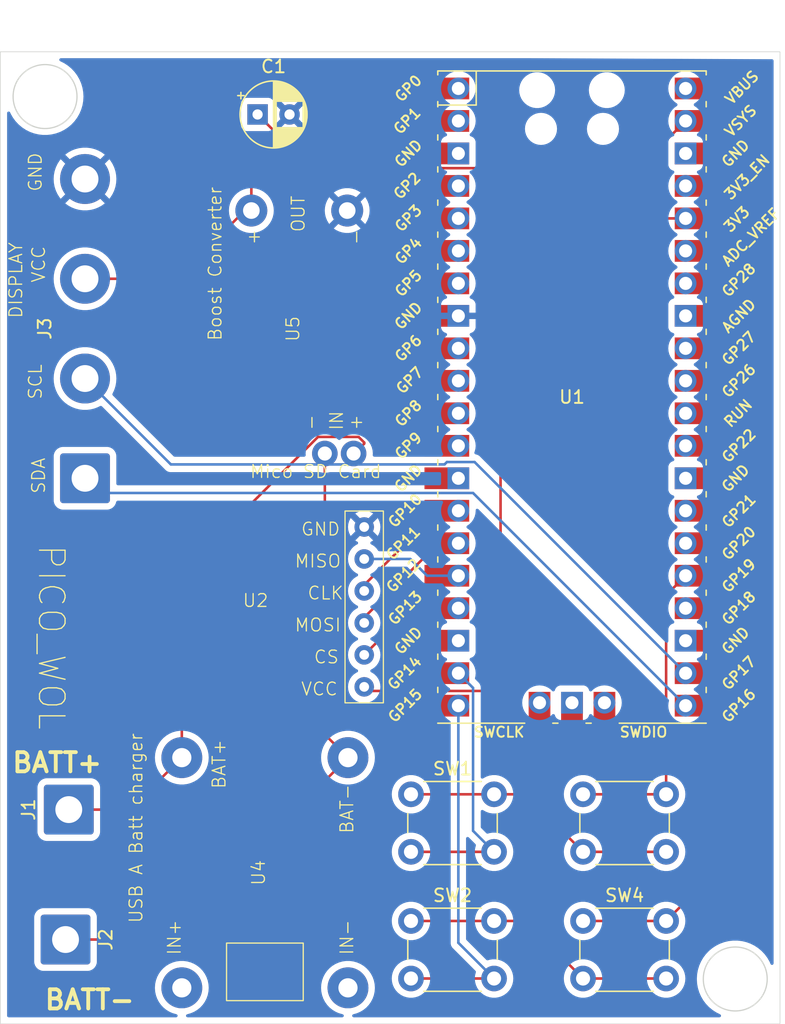
<source format=kicad_pcb>
(kicad_pcb (version 20240108) (generator "pcbnew") (generator_version "8.0")
  (layers (0 "F.Cu" signal) (31 "B.Cu" signal) (34 "B.Paste" user) (35 "F.Paste" user) (36 "B.SilkS" user "B.Silkscreen") (37 "F.SilkS" user "F.Silkscreen") (38 "B.Mask" user) (39 "F.Mask" user) (44 "Edge.Cuts" user))
  (net 0 "")
  (net 1 "GND")
  (net 2 "Net-(J3-Pin_3)")
  (net 3 "Net-(U1-GPIO14)")
  (net 4 "+3.3V")
  (net 5 "Net-(U1-GPIO15)")
  (net 6 "Net-(J1-Pin_1)")
  (net 7 "Net-(J2-Pin_1)")
  (net 21 "Net-(U1-GPIO12)")
  (net 29 "Net-(U1-GPIO10)")
  (net 30 "Net-(U1-GPIO13)")
  (net 31 "Net-(U1-GPIO11)")
  (net 35 "Net-(J3-Pin_1)")
  (net 41 "Net-(J3-Pin_2)")
  (net 44 "Net-(U1-GPIO19)")
  (net 45 "Net-(U1-GPIO18)")
  (footprint "custom_compontents:boost_converter" (layer "F.Cu") (at 72.39 105.664 90)
    (property "Reference" "U5" (at 0 -0.5 90) (layer "F.SilkS") (effects (font (thickness 0.1))))
    (property "Value" "~")
    (fp_text user "Boost Converter" (at -1 -6 90) (layer "F.SilkS") (effects (font (thickness 0.1)) (justify left bottom)))
    (fp_text user "-" (at -8 1.5 90) (layer "F.SilkS") (effects (font (thickness 0.1)) (justify left bottom)))
    (fp_text user "+" (at 6.5 -3 90) (layer "F.SilkS") (effects (font (thickness 0.1)) (justify left bottom)))
    (fp_text user "+" (at -8 5 90) (layer "F.SilkS") (effects (font (thickness 0.1)) (justify left bottom)))
    (fp_text user "OUT" (at 7.5 0.5 90) (layer "F.SilkS") (effects (font (thickness 0.1)) (justify left bottom)))
    (fp_text user "IN" (at -8 3.5 90) (layer "F.SilkS") (effects (font (thickness 0.1)) (justify left bottom)))
    (fp_text user "-" (at 6.5 5 90) (layer "F.SilkS") (effects (font (thickness 0.1)) (justify left bottom)))
    (pad "1" thru_hole circle (at -9.75 2 90) (size 2 2) (drill 1.1) (layers "*.Cu" "*.Mask") (net 7 "Net-(J2-Pin_1)"))
    (pad "2" thru_hole circle (at -9.75 4.25 90) (size 2 2) (drill 1.1) (layers "*.Cu" "*.Mask") (net 6 "Net-(J1-Pin_1)"))
    (pad "3" thru_hole circle (at 9.25 -3.75 90) (size 2.5 2.5) (drill 1.3) (layers "*.Cu" "*.Mask") (net 2 "Net-(J3-Pin_3)"))
    (pad "4" thru_hole circle (at 9.25 3.75 90) (size 2.5 2.5) (drill 1.3) (layers "*.Cu" "*.Mask") (net 1 "GND"))
  )
  (footprint "Button_Switch_THT:SW_PUSH_6mm" (layer "F.Cu") (at 94.592 142.058)
    (property "Reference" "SW3" (hide yes))
    (property "Value" "SW_Push")
    (fp_line (start -0.25 1.5) (end -0.25 3) (stroke (width 0.12)) (layer "F.SilkS"))
    (fp_line (start 1 5.5) (end 5.5 5.5) (stroke (width 0.12)) (layer "F.SilkS"))
    (fp_line (start 5.5 -1) (end 1 -1) (stroke (width 0.12)) (layer "F.SilkS"))
    (fp_line (start 6.75 3) (end 6.75 1.5) (stroke (width 0.12)) (layer "F.SilkS"))
    (pad "1" thru_hole circle (at 0 0 90) (size 2 2) (drill 1.1) (layers "*.Cu" "*.Mask") (net 44 "Net-(U1-GPIO19)"))
    (pad "1" thru_hole circle (at 6.5 0 90) (size 2 2) (drill 1.1) (layers "*.Cu" "*.Mask") (net 44 "Net-(U1-GPIO19)"))
    (pad "2" thru_hole circle (at 0 4.5 90) (size 2 2) (drill 1.1) (layers "*.Cu" "*.Mask") (net 4 "+3.3V"))
    (pad "2" thru_hole circle (at 6.5 4.5 90) (size 2 2) (drill 1.1) (layers "*.Cu" "*.Mask") (net 4 "+3.3V"))
  )
  (footprint "custom_compontents:USB_A_BATTERY_CHARGER" (layer "F.Cu") (at 69.7 148.192 90)
    (property "Reference" "U4" (at 0 -0.5 90) (layer "F.SilkS") (effects (font (thickness 0.1))))
    (property "Value" "~")
    (fp_rect (start -10 -3) (end -5.5 3) (stroke (width 0.1)) (fill none) (layer "F.SilkS"))
    (fp_text user "BAT+" (at 6.5 -3 90) (layer "F.SilkS") (effects (font (thickness 0.1)) (justify left bottom)))
    (fp_text user "IN-" (at -6.5 7 90) (layer "F.SilkS") (effects (font (thickness 0.1)) (justify left bottom)))
    (fp_text user "BAT-" (at 3 7 90) (layer "F.SilkS") (effects (font (thickness 0.1)) (justify left bottom)))
    (fp_text user "IN+" (at -6.5 -6.5 90) (layer "F.SilkS") (effects (font (thickness 0.1)) (justify left bottom)))
    (fp_text user "USB A Batt charger" (at -4 -9.5 90) (layer "F.SilkS") (effects (font (thickness 0.1)) (justify left bottom)))
    (pad "1" thru_hole circle (at -9 -6.5 90) (size 3.2 3.2) (drill 1.5) (layers "*.Cu" "*.Mask"))
    (pad "2" thru_hole circle (at -9 6.5 90) (size 3.2 3.2) (drill 1.5) (layers "*.Cu" "*.Mask"))
    (pad "3" thru_hole circle (at 9 -6.5 90) (size 3.2 3.2) (drill 1.5) (layers "*.Cu" "*.Mask") (net 6 "Net-(J1-Pin_1)"))
    (pad "4" thru_hole circle (at 9 6.5 90) (size 3.2 3.2) (drill 1.5) (layers "*.Cu" "*.Mask") (net 7 "Net-(J2-Pin_1)"))
  )
  (footprint "Button_Switch_THT:SW_PUSH_6mm" (layer "F.Cu") (at 94.592 151.964)
    (property "Reference" "SW4" (at 3.25 -2 0) (layer "F.SilkS"))
    (property "Value" "SW_Push")
    (fp_line (start -0.25 1.5) (end -0.25 3) (stroke (width 0.12)) (layer "F.SilkS"))
    (fp_line (start 1 5.5) (end 5.5 5.5) (stroke (width 0.12)) (layer "F.SilkS"))
    (fp_line (start 5.5 -1) (end 1 -1) (stroke (width 0.12)) (layer "F.SilkS"))
    (fp_line (start 6.75 3) (end 6.75 1.5) (stroke (width 0.12)) (layer "F.SilkS"))
    (pad "1" thru_hole circle (at 0 0 90) (size 2 2) (drill 1.1) (layers "*.Cu" "*.Mask") (net 45 "Net-(U1-GPIO18)"))
    (pad "1" thru_hole circle (at 6.5 0 90) (size 2 2) (drill 1.1) (layers "*.Cu" "*.Mask") (net 45 "Net-(U1-GPIO18)"))
    (pad "2" thru_hole circle (at 0 4.5 90) (size 2 2) (drill 1.1) (layers "*.Cu" "*.Mask") (net 4 "+3.3V"))
    (pad "2" thru_hole circle (at 6.5 4.5 90) (size 2 2) (drill 1.1) (layers "*.Cu" "*.Mask") (net 4 "+3.3V"))
  )
  (footprint "Connector_Wire:SolderWire-1.5sqmm_1x01_D1.7mm_OD3.9mm" (layer "F.Cu") (at 54.102 153.416 -90)
    (property "Reference" "J2" (at 0 -3.15 90) (layer "F.SilkS"))
    (property "Value" "Conn_01x01_Pin")
    (pad "1" thru_hole roundrect (at 0 0 270) (size 3.9 3.9) (drill 2.1) (layers "*.Cu" "*.Mask") (roundrect_rratio 0.064103) (net 7 "Net-(J2-Pin_1)"))
  )
  (footprint "MCU_RaspberryPi_and_Boards:RPi_Pico_SMD_TH" (layer "F.Cu") (at 93.726 110.998)
    (property "Reference" "U1" (at 0 0 0) (layer "F.SilkS"))
    (property "Value" "Pico")
    (fp_line (start -10.5 -25.5) (end -10.5 -25.2) (stroke (width 0.12)) (layer "F.SilkS"))
    (fp_line (start -10.5 -25.5) (end 10.5 -25.5) (stroke (width 0.12)) (layer "F.SilkS"))
    (fp_line (start -10.5 -23.1) (end -10.5 -22.7) (stroke (width 0.12)) (layer "F.SilkS"))
    (fp_line (start -10.5 -22.833) (end -7.493 -22.833) (stroke (width 0.12)) (layer "F.SilkS"))
    (fp_line (start -10.5 -20.5) (end -10.5 -20.1) (stroke (width 0.12)) (layer "F.SilkS"))
    (fp_line (start -10.5 -18) (end -10.5 -17.6) (stroke (width 0.12)) (layer "F.SilkS"))
    (fp_line (start -10.5 -15.4) (end -10.5 -15) (stroke (width 0.12)) (layer "F.SilkS"))
    (fp_line (start -10.5 -12.9) (end -10.5 -12.5) (stroke (width 0.12)) (layer "F.SilkS"))
    (fp_line (start -10.5 -10.4) (end -10.5 -10) (stroke (width 0.12)) (layer "F.SilkS"))
    (fp_line (start -10.5 -7.8) (end -10.5 -7.4) (stroke (width 0.12)) (layer "F.SilkS"))
    (fp_line (start -10.5 -5.3) (end -10.5 -4.9) (stroke (width 0.12)) (layer "F.SilkS"))
    (fp_line (start -10.5 -2.7) (end -10.5 -2.3) (stroke (width 0.12)) (layer "F.SilkS"))
    (fp_line (start -10.5 -0.2) (end -10.5 0.2) (stroke (width 0.12)) (layer "F.SilkS"))
    (fp_line (start -10.5 2.3) (end -10.5 2.7) (stroke (width 0.12)) (layer "F.SilkS"))
    (fp_line (start -10.5 4.9) (end -10.5 5.3) (stroke (width 0.12)) (layer "F.SilkS"))
    (fp_line (start -10.5 7.4) (end -10.5 7.8) (stroke (width 0.12)) (layer "F.SilkS"))
    (fp_line (start -10.5 10) (end -10.5 10.4) (stroke (width 0.12)) (layer "F.SilkS"))
    (fp_line (start -10.5 12.5) (end -10.5 12.9) (stroke (width 0.12)) (layer "F.SilkS"))
    (fp_line (start -10.5 15.1) (end -10.5 15.5) (stroke (width 0.12)) (layer "F.SilkS"))
    (fp_line (start -10.5 17.6) (end -10.5 18) (stroke (width 0.12)) (layer "F.SilkS"))
    (fp_line (start -10.5 20.1) (end -10.5 20.5) (stroke (width 0.12)) (layer "F.SilkS"))
    (fp_line (start -10.5 22.7) (end -10.5 23.1) (stroke (width 0.12)) (layer "F.SilkS"))
    (fp_line (start -7.493 -22.833) (end -7.493 -25.5) (stroke (width 0.12)) (layer "F.SilkS"))
    (fp_line (start -3.7 25.5) (end -10.5 25.5) (stroke (width 0.12)) (layer "F.SilkS"))
    (fp_line (start -1.5 25.5) (end -1.1 25.5) (stroke (width 0.12)) (layer "F.SilkS"))
    (fp_line (start 1.1 25.5) (end 1.5 25.5) (stroke (width 0.12)) (layer "F.SilkS"))
    (fp_line (start 10.5 -25.5) (end 10.5 -25.2) (stroke (width 0.12)) (layer "F.SilkS"))
    (fp_line (start 10.5 -23.1) (end 10.5 -22.7) (stroke (width 0.12)) (layer "F.SilkS"))
    (fp_line (start 10.5 -20.5) (end 10.5 -20.1) (stroke (width 0.12)) (layer "F.SilkS"))
    (fp_line (start 10.5 -18) (end 10.5 -17.6) (stroke (width 0.12)) (layer "F.SilkS"))
    (fp_line (start 10.5 -15.4) (end 10.5 -15) (stroke (width 0.12)) (layer "F.SilkS"))
    (fp_line (start 10.5 -12.9) (end 10.5 -12.5) (stroke (width 0.12)) (layer "F.SilkS"))
    (fp_line (start 10.5 -10.4) (end 10.5 -10) (stroke (width 0.12)) (layer "F.SilkS"))
    (fp_line (start 10.5 -7.8) (end 10.5 -7.4) (stroke (width 0.12)) (layer "F.SilkS"))
    (fp_line (start 10.5 -5.3) (end 10.5 -4.9) (stroke (width 0.12)) (layer "F.SilkS"))
    (fp_line (start 10.5 -2.7) (end 10.5 -2.3) (stroke (width 0.12)) (layer "F.SilkS"))
    (fp_line (start 10.5 -0.2) (end 10.5 0.2) (stroke (width 0.12)) (layer "F.SilkS"))
    (fp_line (start 10.5 2.3) (end 10.5 2.7) (stroke (width 0.12)) (layer "F.SilkS"))
    (fp_line (start 10.5 4.9) (end 10.5 5.3) (stroke (width 0.12)) (layer "F.SilkS"))
    (fp_line (start 10.5 7.4) (end 10.5 7.8) (stroke (width 0.12)) (layer "F.SilkS"))
    (fp_line (start 10.5 10) (end 10.5 10.4) (stroke (width 0.12)) (layer "F.SilkS"))
    (fp_line (start 10.5 12.5) (end 10.5 12.9) (stroke (width 0.12)) (layer "F.SilkS"))
    (fp_line (start 10.5 15.1) (end 10.5 15.5) (stroke (width 0.12)) (layer "F.SilkS"))
    (fp_line (start 10.5 17.6) (end 10.5 18) (stroke (width 0.12)) (layer "F.SilkS"))
    (fp_line (start 10.5 20.1) (end 10.5 20.5) (stroke (width 0.12)) (layer "F.SilkS"))
    (fp_line (start 10.5 22.7) (end 10.5 23.1) (stroke (width 0.12)) (layer "F.SilkS"))
    (fp_line (start 10.5 25.5) (end 3.7 25.5) (stroke (width 0.12)) (layer "F.SilkS"))
    (fp_text user "GND" (at 12.8 19.05 45) (layer "F.SilkS") (effects (font (size 0.8 0.8))))
    (fp_text user "GP20" (at 13.054 11.43 45) (layer "F.SilkS") (effects (font (size 0.8 0.8))))
    (fp_text user "GND" (at -12.8 -6.35 45) (layer "F.SilkS") (effects (font (size 0.8 0.8))))
    (fp_text user "GP11" (at -13.2 11.43 45) (layer "F.SilkS") (effects (font (size 0.8 0.8))))
    (fp_text user "GP2" (at -12.9 -16.51 45) (layer "F.SilkS") (effects (font (size 0.8 0.8))))
    (fp_text user "GP6" (at -12.8 -3.81 45) (layer "F.SilkS") (effects (font (size 0.8 0.8))))
    (fp_text user "GND" (at 12.8 -19.05 45) (layer "F.SilkS") (effects (font (size 0.8 0.8))))
    (fp_text user "SWCLK" (at -5.7 26.2 0) (layer "F.SilkS") (effects (font (size 0.8 0.8))))
    (fp_text user "GP3" (at -12.8 -13.97 45) (layer "F.SilkS") (effects (font (size 0.8 0.8))))
    (fp_text user "GP19" (at 13.054 13.97 45) (layer "F.SilkS") (effects (font (size 0.8 0.8))))
    (fp_text user "GP9" (at -12.8 3.81 45) (layer "F.SilkS") (effects (font (size 0.8 0.8))))
    (fp_text user "GP5" (at -12.8 -8.89 45) (layer "F.SilkS") (effects (font (size 0.8 0.8))))
    (fp_text user "3V3" (at 12.9 -13.9 45) (layer "F.SilkS") (effects (font (size 0.8 0.8))))
    (fp_text user "VBUS" (at 13.3 -24.2 45) (layer "F.SilkS") (effects (font (size 0.8 0.8))))
    (fp_text user "GP1" (at -12.9 -21.6 45) (layer "F.SilkS") (effects (font (size 0.8 0.8))))
    (fp_text user "GP12" (at -13.2 13.97 45) (layer "F.SilkS") (effects (font (size 0.8 0.8))))
    (fp_text user "GP10" (at -13.054 8.89 45) (layer "F.SilkS") (effects (font (size 0.8 0.8))))
    (fp_text user "GND" (at 12.8 6.35 45) (layer "F.SilkS") (effects (font (size 0.8 0.8))))
    (fp_text user "GP15" (at -13.054 24.13 45) (layer "F.SilkS") (effects (font (size 0.8 0.8))))
    (fp_text user "GND" (at -12.8 19.05 45) (layer "F.SilkS") (effects (font (size 0.8 0.8))))
    (fp_text user "GP7" (at -12.7 -1.3 45) (layer "F.SilkS") (effects (font (size 0.8 0.8))))
    (fp_text user "RUN" (at 13 1.27 45) (layer "F.SilkS") (effects (font (size 0.8 0.8))))
    (fp_text user "GP8" (at -12.8 1.27 45) (layer "F.SilkS") (effects (font (size 0.8 0.8))))
    (fp_text user "GP26" (at 13.054 -1.27 45) (layer "F.SilkS") (effects (font (size 0.8 0.8))))
    (fp_text user "ADC_VREF" (at 14 -12.5 45) (layer "F.SilkS") (effects (font (size 0.8 0.8))))
    (fp_text user "GP21" (at 13.054 8.9 45) (layer "F.SilkS") (effects (font (size 0.8 0.8))))
    (fp_text user "GP17" (at 13.054 21.59 45) (layer "F.SilkS") (effects (font (size 0.8 0.8))))
    (fp_text user "GP27" (at 13.054 -3.8 45) (layer "F.SilkS") (effects (font (size 0.8 0.8))))
    (fp_text user "GND" (at -12.8 6.35 45) (layer "F.SilkS") (effects (font (size 0.8 0.8))))
    (fp_text user "AGND" (at 13.054 -6.35 45) (layer "F.SilkS") (effects (font (size 0.8 0.8))))
    (fp_text user "GP4" (at -12.8 -11.43 45) (layer "F.SilkS") (effects (font (size 0.8 0.8))))
    (fp_text user "GP18" (at 13.054 16.51 45) (layer "F.SilkS") (effects (font (size 0.8 0.8))))
    (fp_text user "3V3_EN" (at 13.7 -17.2 45) (layer "F.SilkS") (effects (font (size 0.8 0.8))))
    (fp_text user "GP13" (at -13.054 16.51 45) (layer "F.SilkS") (effects (font (size 0.8 0.8))))
    (fp_text user "SWDIO" (at 5.6 26.2 0) (layer "F.SilkS") (effects (font (size 0.8 0.8))))
    (fp_text user "GP16" (at 13.054 24.13 45) (layer "F.SilkS") (effects (font (size 0.8 0.8))))
    (fp_text user "GP22" (at 13.054 3.81 45) (layer "F.SilkS") (effects (font (size 0.8 0.8))))
    (fp_text user "GP28" (at 13.054 -9.144 45) (layer "F.SilkS") (effects (font (size 0.8 0.8))))
    (fp_text user "GND" (at -12.8 -19.05 45) (layer "F.SilkS") (effects (font (size 0.8 0.8))))
    (fp_text user "GP14" (at -13.1 21.59 45) (layer "F.SilkS") (effects (font (size 0.8 0.8))))
    (fp_text user "VSYS" (at 13.2 -21.59 45) (layer "F.SilkS") (effects (font (size 0.8 0.8))))
    (fp_text user "GP0" (at -12.8 -24.13 45) (layer "F.SilkS") (effects (font (size 0.8 0.8))))
    (pad "" np_thru_hole oval (at -2.725 -24) (size 1.8 1.8) (drill 1.8) (layers "*.Cu" "*.Mask"))
    (pad "" np_thru_hole oval (at -2.425 -20.97) (size 1.5 1.5) (drill 1.5) (layers "*.Cu" "*.Mask"))
    (pad "" np_thru_hole oval (at 2.425 -20.97) (size 1.5 1.5) (drill 1.5) (layers "*.Cu" "*.Mask"))
    (pad "" np_thru_hole oval (at 2.725 -24) (size 1.8 1.8) (drill 1.8) (layers "*.Cu" "*.Mask"))
    (pad "1" thru_hole oval (at -8.89 -24.13) (size 1.7 1.7) (drill 1.02) (layers "*.Cu" "*.Mask"))
    (pad "1" smd rect (at -8.89 -24.13) (size 3.5 1.7) (drill (offset -0.9 0)) (layers "F.Cu" "F.Mask"))
    (pad "2" thru_hole oval (at -8.89 -21.59) (size 1.7 1.7) (drill 1.02) (layers "*.Cu" "*.Mask"))
    (pad "2" smd rect (at -8.89 -21.59) (size 3.5 1.7) (drill (offset -0.9 0)) (layers "F.Cu" "F.Mask"))
    (pad "3" thru_hole rect (at -8.89 -19.05) (size 1.7 1.7) (drill 1.02) (layers "*.Cu" "*.Mask"))
    (pad "3" smd rect (at -8.89 -19.05) (size 3.5 1.7) (drill (offset -0.9 0)) (layers "F.Cu" "F.Mask"))
    (pad "4" thru_hole oval (at -8.89 -16.51) (size 1.7 1.7) (drill 1.02) (layers "*.Cu" "*.Mask"))
    (pad "4" smd rect (at -8.89 -16.51) (size 3.5 1.7) (drill (offset -0.9 0)) (layers "F.Cu" "F.Mask"))
    (pad "5" thru_hole oval (at -8.89 -13.97) (size 1.7 1.7) (drill 1.02) (layers "*.Cu" "*.Mask"))
    (pad "5" smd rect (at -8.89 -13.97) (size 3.5 1.7) (drill (offset -0.9 0)) (layers "F.Cu" "F.Mask"))
    (pad "6" thru_hole oval (at -8.89 -11.43) (size 1.7 1.7) (drill 1.02) (layers "*.Cu" "*.Mask"))
    (pad "6" smd rect (at -8.89 -11.43) (size 3.5 1.7) (drill (offset -0.9 0)) (layers "F.Cu" "F.Mask"))
    (pad "7" thru_hole oval (at -8.89 -8.89) (size 1.7 1.7) (drill 1.02) (layers "*.Cu" "*.Mask"))
    (pad "7" smd rect (at -8.89 -8.89) (size 3.5 1.7) (drill (offset -0.9 0)) (layers "F.Cu" "F.Mask"))
    (pad "8" thru_hole rect (at -8.89 -6.35) (size 1.7 1.7) (drill 1.02) (layers "*.Cu" "*.Mask") (net 1 "GND"))
    (pad "8" smd rect (at -8.89 -6.35) (size 3.5 1.7) (drill (offset -0.9 0)) (layers "F.Cu" "F.Mask") (net 1 "GND"))
    (pad "9" thru_hole oval (at -8.89 -3.81) (size 1.7 1.7) (drill 1.02) (layers "*.Cu" "*.Mask"))
    (pad "9" smd rect (at -8.89 -3.81) (size 3.5 1.7) (drill (offset -0.9 0)) (layers "F.Cu" "F.Mask"))
    (pad "10" thru_hole oval (at -8.89 -1.27) (size 1.7 1.7) (drill 1.02) (layers "*.Cu" "*.Mask"))
    (pad "10" smd rect (at -8.89 -1.27) (size 3.5 1.7) (drill (offset -0.9 0)) (layers "F.Cu" "F.Mask"))
    (pad "11" thru_hole oval (at -8.89 1.27) (size 1.7 1.7) (drill 1.02) (layers "*.Cu" "*.Mask"))
    (pad "11" smd rect (at -8.89 1.27) (size 3.5 1.7) (drill (offset -0.9 0)) (layers "F.Cu" "F.Mask"))
    (pad "12" thru_hole oval (at -8.89 3.81) (size 1.7 1.7) (drill 1.02) (layers "*.Cu" "*.Mask"))
    (pad "12" smd rect (at -8.89 3.81) (size 3.5 1.7) (drill (offset -0.9 0)) (layers "F.Cu" "F.Mask"))
    (pad "13" thru_hole rect (at -8.89 6.35) (size 1.7 1.7) (drill 1.02) (layers "*.Cu" "*.Mask"))
    (pad "13" smd rect (at -8.89 6.35) (size 3.5 1.7) (drill (offset -0.9 0)) (layers "F.Cu" "F.Mask"))
    (pad "14" thru_hole oval (at -8.89 8.89) (size 1.7 1.7) (drill 1.02) (layers "*.Cu" "*.Mask") (net 29 "Net-(U1-GPIO10)"))
    (pad "14" smd rect (at -8.89 8.89) (size 3.5 1.7) (drill (offset -0.9 0)) (layers "F.Cu" "F.Mask") (net 29 "Net-(U1-GPIO10)"))
    (pad "15" thru_hole oval (at -8.89 11.43) (size 1.7 1.7) (drill 1.02) (layers "*.Cu" "*.Mask") (net 31 "Net-(U1-GPIO11)"))
    (pad "15" smd rect (at -8.89 11.43) (size 3.5 1.7) (drill (offset -0.9 0)) (layers "F.Cu" "F.Mask") (net 31 "Net-(U1-GPIO11)"))
    (pad "16" thru_hole oval (at -8.89 13.97) (size 1.7 1.7) (drill 1.02) (layers "*.Cu" "*.Mask") (net 21 "Net-(U1-GPIO12)"))
    (pad "16" smd rect (at -8.89 13.97) (size 3.5 1.7) (drill (offset -0.9 0)) (layers "F.Cu" "F.Mask") (net 21 "Net-(U1-GPIO12)"))
    (pad "17" thru_hole oval (at -8.89 16.51) (size 1.7 1.7) (drill 1.02) (layers "*.Cu" "*.Mask") (net 30 "Net-(U1-GPIO13)"))
    (pad "17" smd rect (at -8.89 16.51) (size 3.5 1.7) (drill (offset -0.9 0)) (layers "F.Cu" "F.Mask") (net 30 "Net-(U1-GPIO13)"))
    (pad "18" thru_hole rect (at -8.89 19.05) (size 1.7 1.7) (drill 1.02) (layers "*.Cu" "*.Mask"))
    (pad "18" smd rect (at -8.89 19.05) (size 3.5 1.7) (drill (offset -0.9 0)) (layers "F.Cu" "F.Mask"))
    (pad "19" thru_hole oval (at -8.89 21.59) (size 1.7 1.7) (drill 1.02) (layers "*.Cu" "*.Mask") (net 3 "Net-(U1-GPIO14)"))
    (pad "19" smd rect (at -8.89 21.59) (size 3.5 1.7) (drill (offset -0.9 0)) (layers "F.Cu" "F.Mask") (net 3 "Net-(U1-GPIO14)"))
    (pad "20" thru_hole oval (at -8.89 24.13) (size 1.7 1.7) (drill 1.02) (layers "*.Cu" "*.Mask") (net 5 "Net-(U1-GPIO15)"))
    (pad "20" smd rect (at -8.89 24.13) (size 3.5 1.7) (drill (offset -0.9 0)) (layers "F.Cu" "F.Mask") (net 5 "Net-(U1-GPIO15)"))
    (pad "21" thru_hole oval (at 8.89 24.13) (size 1.7 1.7) (drill 1.02) (layers "*.Cu" "*.Mask") (net 35 "Net-(J3-Pin_1)"))
    (pad "21" smd rect (at 8.89 24.13) (size 3.5 1.7) (drill (offset 0.9 0)) (layers "F.Cu" "F.Mask") (net 35 "Net-(J3-Pin_1)"))
    (pad "22" thru_hole oval (at 8.89 21.59) (size 1.7 1.7) (drill 1.02) (layers "*.Cu" "*.Mask") (net 41 "Net-(J3-Pin_2)"))
    (pad "22" smd rect (at 8.89 21.59) (size 3.5 1.7) (drill (offset 0.9 0)) (layers "F.Cu" "F.Mask") (net 41 "Net-(J3-Pin_2)"))
    (pad "23" thru_hole rect (at 8.89 19.05) (size 1.7 1.7) (drill 1.02) (layers "*.Cu" "*.Mask"))
    (pad "23" smd rect (at 8.89 19.05) (size 3.5 1.7) (drill (offset 0.9 0)) (layers "F.Cu" "F.Mask"))
    (pad "24" thru_hole oval (at 8.89 16.51) (size 1.7 1.7) (drill 1.02) (layers "*.Cu" "*.Mask") (net 45 "Net-(U1-GPIO18)"))
    (pad "24" smd rect (at 8.89 16.51) (size 3.5 1.7) (drill (offset 0.9 0)) (layers "F.Cu" "F.Mask") (net 45 "Net-(U1-GPIO18)"))
    (pad "25" thru_hole oval (at 8.89 13.97) (size 1.7 1.7) (drill 1.02) (layers "*.Cu" "*.Mask") (net 44 "Net-(U1-GPIO19)"))
    (pad "25" smd rect (at 8.89 13.97) (size 3.5 1.7) (drill (offset 0.9 0)) (layers "F.Cu" "F.Mask") (net 44 "Net-(U1-GPIO19)"))
    (pad "26" thru_hole oval (at 8.89 11.43) (size 1.7 1.7) (drill 1.02) (layers "*.Cu" "*.Mask"))
    (pad "26" smd rect (at 8.89 11.43) (size 3.5 1.7) (drill (offset 0.9 0)) (layers "F.Cu" "F.Mask"))
    (pad "27" thru_hole oval (at 8.89 8.89) (size 1.7 1.7) (drill 1.02) (layers "*.Cu" "*.Mask"))
    (pad "27" smd rect (at 8.89 8.89) (size 3.5 1.7) (drill (offset 0.9 0)) (layers "F.Cu" "F.Mask"))
    (pad "28" thru_hole rect (at 8.89 6.35) (size 1.7 1.7) (drill 1.02) (layers "*.Cu" "*.Mask"))
    (pad "28" smd rect (at 8.89 6.35) (size 3.5 1.7) (drill (offset 0.9 0)) (layers "F.Cu" "F.Mask"))
    (pad "29" thru_hole oval (at 8.89 3.81) (size 1.7 1.7) (drill 1.02) (layers "*.Cu" "*.Mask"))
    (pad "29" smd rect (at 8.89 3.81) (size 3.5 1.7) (drill (offset 0.9 0)) (layers "F.Cu" "F.Mask"))
    (pad "30" thru_hole oval (at 8.89 1.27) (size 1.7 1.7) (drill 1.02) (layers "*.Cu" "*.Mask"))
    (pad "30" smd rect (at 8.89 1.27) (size 3.5 1.7) (drill (offset 0.9 0)) (layers "F.Cu" "F.Mask"))
    (pad "31" thru_hole oval (at 8.89 -1.27) (size 1.7 1.7) (drill 1.02) (layers "*.Cu" "*.Mask"))
    (pad "31" smd rect (at 8.89 -1.27) (size 3.5 1.7) (drill (offset 0.9 0)) (layers "F.Cu" "F.Mask"))
    (pad "32" thru_hole oval (at 8.89 -3.81) (size 1.7 1.7) (drill 1.02) (layers "*.Cu" "*.Mask"))
    (pad "32" smd rect (at 8.89 -3.81) (size 3.5 1.7) (drill (offset 0.9 0)) (layers "F.Cu" "F.Mask"))
    (pad "33" thru_hole rect (at 8.89 -6.35) (size 1.7 1.7) (drill 1.02) (layers "*.Cu" "*.Mask"))
    (pad "33" smd rect (at 8.89 -6.35) (size 3.5 1.7) (drill (offset 0.9 0)) (layers "F.Cu" "F.Mask"))
    (pad "34" thru_hole oval (at 8.89 -8.89) (size 1.7 1.7) (drill 1.02) (layers "*.Cu" "*.Mask"))
    (pad "34" smd rect (at 8.89 -8.89) (size 3.5 1.7) (drill (offset 0.9 0)) (layers "F.Cu" "F.Mask"))
    (pad "35" thru_hole oval (at 8.89 -11.43) (size 1.7 1.7) (drill 1.02) (layers "*.Cu" "*.Mask"))
    (pad "35" smd rect (at 8.89 -11.43) (size 3.5 1.7) (drill (offset 0.9 0)) (layers "F.Cu" "F.Mask"))
    (pad "36" thru_hole oval (at 8.89 -13.97) (size 1.7 1.7) (drill 1.02) (layers "*.Cu" "*.Mask") (net 4 "+3.3V"))
    (pad "36" smd rect (at 8.89 -13.97) (size 3.5 1.7) (drill (offset 0.9 0)) (layers "F.Cu" "F.Mask") (net 4 "+3.3V"))
    (pad "37" thru_hole oval (at 8.89 -16.51) (size 1.7 1.7) (drill 1.02) (layers "*.Cu" "*.Mask"))
    (pad "37" smd rect (at 8.89 -16.51) (size 3.5 1.7) (drill (offset 0.9 0)) (layers "F.Cu" "F.Mask"))
    (pad "38" thru_hole rect (at 8.89 -19.05) (size 1.7 1.7) (drill 1.02) (layers "*.Cu" "*.Mask"))
    (pad "38" smd rect (at 8.89 -19.05) (size 3.5 1.7) (drill (offset 0.9 0)) (layers "F.Cu" "F.Mask"))
    (pad "39" thru_hole oval (at 8.89 -21.59) (size 1.7 1.7) (drill 1.02) (layers "*.Cu" "*.Mask") (net 2 "Net-(J3-Pin_3)"))
    (pad "39" smd rect (at 8.89 -21.59) (size 3.5 1.7) (drill (offset 0.9 0)) (layers "F.Cu" "F.Mask") (net 2 "Net-(J3-Pin_3)"))
    (pad "40" thru_hole oval (at 8.89 -24.13) (size 1.7 1.7) (drill 1.02) (layers "*.Cu" "*.Mask"))
    (pad "40" smd rect (at 8.89 -24.13) (size 3.5 1.7) (drill (offset 0.9 0)) (layers "F.Cu" "F.Mask"))
    (pad "41" thru_hole oval (at -2.54 23.9) (size 1.7 1.7) (drill 1.02) (layers "*.Cu" "*.Mask"))
    (pad "41" smd rect (at -2.54 23.9 90) (size 3.5 1.7) (drill (offset -0.9 0)) (layers "F.Cu" "F.Mask"))
    (pad "42" thru_hole rect (at 0 23.9) (size 1.7 1.7) (drill 1.02) (layers "*.Cu" "*.Mask"))
    (pad "42" smd rect (at 0 23.9 90) (size 3.5 1.7) (drill (offset -0.9 0)) (layers "F.Cu" "F.Mask"))
    (pad "43" thru_hole oval (at 2.54 23.9) (size 1.7 1.7) (drill 1.02) (layers "*.Cu" "*.Mask"))
    (pad "43" smd rect (at 2.54 23.9 90) (size 3.5 1.7) (drill (offset -0.9 0)) (layers "F.Cu" "F.Mask"))
  )
  (footprint "custom_compontents:Dokai_SD_READER" (layer "F.Cu") (at 68.97 127.408)
    (property "Reference" "U2" (at 0 -0.5 0) (layer "F.SilkS") (effects (font (thickness 0.1))))
    (property "Value" "~")
    (fp_rect (start 7 -7.5) (end 10 7.5) (stroke (width 0.1)) (fill none) (layer "F.SilkS"))
    (fp_text user "GND" (at 3.5 -5.5 0) (layer "F.SilkS") (effects (font (thickness 0.1)) (justify left bottom)))
    (fp_text user "MOSI" (at 3 2 0) (layer "F.SilkS") (effects (font (thickness 0.1)) (justify left bottom)))
    (fp_text user "VCC" (at 3.5 7 0) (layer "F.SilkS") (effects (font (thickness 0.1)) (justify left bottom)))
    (fp_text user "Mico SD Card" (at -0.5 -10 0) (layer "F.SilkS") (effects (font (thickness 0.1)) (justify left bottom)))
    (fp_text user "CS" (at 4.5 4.5 0) (layer "F.SilkS") (effects (font (thickness 0.1)) (justify left bottom)))
    (fp_text user "CLK" (at 4 -0.5 0) (layer "F.SilkS") (effects (font (thickness 0.1)) (justify left bottom)))
    (fp_text user "MISO" (at 3 -3 0) (layer "F.SilkS") (effects (font (thickness 0.1)) (justify left bottom)))
    (pad "1" thru_hole circle (at 8.5 -6.25) (size 1.524 1.524) (drill 0.762) (layers "*.Cu" "*.Mask") (net 1 "GND"))
    (pad "2" thru_hole circle (at 8.5 -3.75) (size 1.524 1.524) (drill 0.762) (layers "*.Cu" "*.Mask") (net 21 "Net-(U1-GPIO12)"))
    (pad "3" thru_hole circle (at 8.5 -1.25) (size 1.524 1.524) (drill 0.762) (layers "*.Cu" "*.Mask") (net 29 "Net-(U1-GPIO10)"))
    (pad "4" thru_hole circle (at 8.5 1.25) (size 1.524 1.524) (drill 0.762) (layers "*.Cu" "*.Mask") (net 31 "Net-(U1-GPIO11)"))
    (pad "5" thru_hole circle (at 8.5 3.75) (size 1.524 1.524) (drill 0.762) (layers "*.Cu" "*.Mask") (net 30 "Net-(U1-GPIO13)"))
    (pad "6" thru_hole circle (at 8.5 6.25) (size 1.524 1.524) (drill 0.762) (layers "*.Cu" "*.Mask") (net 4 "+3.3V"))
  )
  (footprint "Button_Switch_THT:SW_PUSH_6mm" (layer "F.Cu") (at 81.13 142.058)
    (property "Reference" "SW1" (at 3.25 -2 0) (layer "F.SilkS"))
    (property "Value" "SW_Push")
    (fp_line (start -0.25 1.5) (end -0.25 3) (stroke (width 0.12)) (layer "F.SilkS"))
    (fp_line (start 1 5.5) (end 5.5 5.5) (stroke (width 0.12)) (layer "F.SilkS"))
    (fp_line (start 5.5 -1) (end 1 -1) (stroke (width 0.12)) (layer "F.SilkS"))
    (fp_line (start 6.75 3) (end 6.75 1.5) (stroke (width 0.12)) (layer "F.SilkS"))
    (pad "1" thru_hole circle (at 0 0 90) (size 2 2) (drill 1.1) (layers "*.Cu" "*.Mask") (net 4 "+3.3V"))
    (pad "1" thru_hole circle (at 6.5 0 90) (size 2 2) (drill 1.1) (layers "*.Cu" "*.Mask") (net 4 "+3.3V"))
    (pad "2" thru_hole circle (at 0 4.5 90) (size 2 2) (drill 1.1) (layers "*.Cu" "*.Mask") (net 3 "Net-(U1-GPIO14)"))
    (pad "2" thru_hole circle (at 6.5 4.5 90) (size 2 2) (drill 1.1) (layers "*.Cu" "*.Mask") (net 3 "Net-(U1-GPIO14)"))
  )
  (footprint "Connector_Wire:SolderWire-1.5sqmm_1x01_D1.7mm_OD3.9mm" (layer "F.Cu") (at 54.356 143.256 90)
    (property "Reference" "J1" (at 0 -3.15 -90) (layer "F.SilkS"))
    (property "Value" "Conn_01x01_Pin")
    (pad "1" thru_hole roundrect (at 0 0 90) (size 3.9 3.9) (drill 2.1) (layers "*.Cu" "*.Mask") (roundrect_rratio 0.064103) (net 6 "Net-(J1-Pin_1)"))
  )
  (footprint "Button_Switch_THT:SW_PUSH_6mm" (layer "F.Cu") (at 81.13 151.964)
    (property "Reference" "SW2" (at 3.25 -2 0) (layer "F.SilkS"))
    (property "Value" "SW_Push")
    (fp_line (start -0.25 1.5) (end -0.25 3) (stroke (width 0.12)) (layer "F.SilkS"))
    (fp_line (start 1 5.5) (end 5.5 5.5) (stroke (width 0.12)) (layer "F.SilkS"))
    (fp_line (start 5.5 -1) (end 1 -1) (stroke (width 0.12)) (layer "F.SilkS"))
    (fp_line (start 6.75 3) (end 6.75 1.5) (stroke (width 0.12)) (layer "F.SilkS"))
    (pad "1" thru_hole circle (at 0 0 90) (size 2 2) (drill 1.1) (layers "*.Cu" "*.Mask") (net 4 "+3.3V"))
    (pad "1" thru_hole circle (at 6.5 0 90) (size 2 2) (drill 1.1) (layers "*.Cu" "*.Mask") (net 4 "+3.3V"))
    (pad "2" thru_hole circle (at 0 4.5 90) (size 2 2) (drill 1.1) (layers "*.Cu" "*.Mask") (net 5 "Net-(U1-GPIO15)"))
    (pad "2" thru_hole circle (at 6.5 4.5 90) (size 2 2) (drill 1.1) (layers "*.Cu" "*.Mask") (net 5 "Net-(U1-GPIO15)"))
  )
  (footprint "Connector_Wire:SolderWire-1.5sqmm_1x04_P7.8mm_D1.7mm_OD3.9mm" (layer "F.Cu") (at 55.626 117.348 90)
    (property "Reference" "J3" (at 11.7 -3.15 -90) (layer "F.SilkS"))
    (property "Value" "Conn_01x04_Pin")
    (pad "1" thru_hole roundrect (at 0 0 90) (size 3.9 3.9) (drill 2.1) (layers "*.Cu" "*.Mask") (roundrect_rratio 0.064103) (net 35 "Net-(J3-Pin_1)"))
    (pad "2" thru_hole circle (at 7.8 0 90) (size 3.9 3.9) (drill 2.1) (layers "*.Cu" "*.Mask") (net 41 "Net-(J3-Pin_2)"))
    (pad "3" thru_hole circle (at 15.6 0 90) (size 3.9 3.9) (drill 2.1) (layers "*.Cu" "*.Mask") (net 2 "Net-(J3-Pin_3)"))
    (pad "4" thru_hole circle (at 23.4 0 90) (size 3.9 3.9) (drill 2.1) (layers "*.Cu" "*.Mask") (net 1 "GND"))
  )
  (footprint "Capacitor_THT:CP_Radial_D5.0mm_P2.50mm" (layer "F.Cu") (at 69.128 88.9)
    (property "Reference" "C1" (at 1.25 -3.75 0) (layer "F.SilkS"))
    (property "Value" "C_Polarized")
    (fp_line (start -1.554775 -1.475) (end -1.054775 -1.475) (stroke (width 0.12)) (layer "F.SilkS"))
    (fp_line (start -1.304775 -1.725) (end -1.304775 -1.225) (stroke (width 0.12)) (layer "F.SilkS"))
    (fp_line (start 1.25 -2.58) (end 1.25 2.58) (stroke (width 0.12)) (layer "F.SilkS"))
    (fp_line (start 1.29 -2.58) (end 1.29 2.58) (stroke (width 0.12)) (layer "F.SilkS"))
    (fp_line (start 1.33 -2.579) (end 1.33 2.579) (stroke (width 0.12)) (layer "F.SilkS"))
    (fp_line (start 1.37 -2.578) (end 1.37 2.578) (stroke (width 0.12)) (layer "F.SilkS"))
    (fp_line (start 1.41 -2.576) (end 1.41 2.576) (stroke (width 0.12)) (layer "F.SilkS"))
    (fp_line (start 1.45 -2.573) (end 1.45 2.573) (stroke (width 0.12)) (layer "F.SilkS"))
    (fp_line (start 1.49 -2.569) (end 1.49 -1.04) (stroke (width 0.12)) (layer "F.SilkS"))
    (fp_line (start 1.49 1.04) (end 1.49 2.569) (stroke (width 0.12)) (layer "F.SilkS"))
    (fp_line (start 1.53 -2.565) (end 1.53 -1.04) (stroke (width 0.12)) (layer "F.SilkS"))
    (fp_line (start 1.53 1.04) (end 1.53 2.565) (stroke (width 0.12)) (layer "F.SilkS"))
    (fp_line (start 1.57 -2.561) (end 1.57 -1.04) (stroke (width 0.12)) (layer "F.SilkS"))
    (fp_line (start 1.57 1.04) (end 1.57 2.561) (stroke (width 0.12)) (layer "F.SilkS"))
    (fp_line (start 1.61 -2.556) (end 1.61 -1.04) (stroke (width 0.12)) (layer "F.SilkS"))
    (fp_line (start 1.61 1.04) (end 1.61 2.556) (stroke (width 0.12)) (layer "F.SilkS"))
    (fp_line (start 1.65 -2.55) (end 1.65 -1.04) (stroke (width 0.12)) (layer "F.SilkS"))
    (fp_line (start 1.65 1.04) (end 1.65 2.55) (stroke (width 0.12)) (layer "F.SilkS"))
    (fp_line (start 1.69 -2.543) (end 1.69 -1.04) (stroke (width 0.12)) (layer "F.SilkS"))
    (fp_line (start 1.69 1.04) (end 1.69 2.543) (stroke (width 0.12)) (layer "F.SilkS"))
    (fp_line (start 1.73 -2.536) (end 1.73 -1.04) (stroke (width 0.12)) (layer "F.SilkS"))
    (fp_line (start 1.73 1.04) (end 1.73 2.536) (stroke (width 0.12)) (layer "F.SilkS"))
    (fp_line (start 1.77 -2.528) (end 1.77 -1.04) (stroke (width 0.12)) (layer "F.SilkS"))
    (fp_line (start 1.77 1.04) (end 1.77 2.528) (stroke (width 0.12)) (layer "F.SilkS"))
    (fp_line (start 1.81 -2.52) (end 1.81 -1.04) (stroke (width 0.12)) (layer "F.SilkS"))
    (fp_line (start 1.81 1.04) (end 1.81 2.52) (stroke (width 0.12)) (layer "F.SilkS"))
    (fp_line (start 1.85 -2.511) (end 1.85 -1.04) (stroke (width 0.12)) (layer "F.SilkS"))
    (fp_line (start 1.85 1.04) (end 1.85 2.511) (stroke (width 0.12)) (layer "F.SilkS"))
    (fp_line (start 1.89 -2.501) (end 1.89 -1.04) (stroke (width 0.12)) (layer "F.SilkS"))
    (fp_line (start 1.89 1.04) (end 1.89 2.501) (stroke (width 0.12)) (layer "F.SilkS"))
    (fp_line (start 1.93 -2.491) (end 1.93 -1.04) (stroke (width 0.12)) (layer "F.SilkS"))
    (fp_line (start 1.93 1.04) (end 1.93 2.491) (stroke (width 0.12)) (layer "F.SilkS"))
    (fp_line (start 1.971 -2.48) (end 1.971 -1.04) (stroke (width 0.12)) (layer "F.SilkS"))
    (fp_line (start 1.971 1.04) (end 1.971 2.48) (stroke (width 0.12)) (layer "F.SilkS"))
    (fp_line (start 2.011 -2.468) (end 2.011 -1.04) (stroke (width 0.12)) (layer "F.SilkS"))
    (fp_line (start 2.011 1.04) (end 2.011 2.468) (stroke (width 0.12)) (layer "F.SilkS"))
    (fp_line (start 2.051 -2.455) (end 2.051 -1.04) (stroke (width 0.12)) (layer "F.SilkS"))
    (fp_line (start 2.051 1.04) (end 2.051 2.455) (stroke (width 0.12)) (layer "F.SilkS"))
    (fp_line (start 2.091 -2.442) (end 2.091 -1.04) (stroke (width 0.12)) (layer "F.SilkS"))
    (fp_line (start 2.091 1.04) (end 2.091 2.442) (stroke (width 0.12)) (layer "F.SilkS"))
    (fp_line (start 2.131 -2.428) (end 2.131 -1.04) (stroke (width 0.12)) (layer "F.SilkS"))
    (fp_line (start 2.131 1.04) (end 2.131 2.428) (stroke (width 0.12)) (layer "F.SilkS"))
    (fp_line (start 2.171 -2.414) (end 2.171 -1.04) (stroke (width 0.12)) (layer "F.SilkS"))
    (fp_line (start 2.171 1.04) (end 2.171 2.414) (stroke (width 0.12)) (layer "F.SilkS"))
    (fp_line (start 2.211 -2.398) (end 2.211 -1.04) (stroke (width 0.12)) (layer "F.SilkS"))
    (fp_line (start 2.211 1.04) (end 2.211 2.398) (stroke (width 0.12)) (layer "F.SilkS"))
    (fp_line (start 2.251 -2.382) (end 2.251 -1.04) (stroke (width 0.12)) (layer "F.SilkS"))
    (fp_line (start 2.251 1.04) (end 2.251 2.382) (stroke (width 0.12)) (layer "F.SilkS"))
    (fp_line (start 2.291 -2.365) (end 2.291 -1.04) (stroke (width 0.12)) (layer "F.SilkS"))
    (fp_line (start 2.291 1.04) (end 2.291 2.365) (stroke (width 0.12)) (layer "F.SilkS"))
    (fp_line (start 2.331 -2.348) (end 2.331 -1.04) (stroke (width 0.12)) (layer "F.SilkS"))
    (fp_line (start 2.331 1.04) (end 2.331 2.348) (stroke (width 0.12)) (layer "F.SilkS"))
    (fp_line (start 2.371 -2.329) (end 2.371 -1.04) (stroke (width 0.12)) (layer "F.SilkS"))
    (fp_line (start 2.371 1.04) (end 2.371 2.329) (stroke (width 0.12)) (layer "F.SilkS"))
    (fp_line (start 2.411 -2.31) (end 2.411 -1.04) (stroke (width 0.12)) (layer "F.SilkS"))
    (fp_line (start 2.411 1.04) (end 2.411 2.31) (stroke (width 0.12)) (layer "F.SilkS"))
    (fp_line (start 2.451 -2.29) (end 2.451 -1.04) (stroke (width 0.12)) (layer "F.SilkS"))
    (fp_line (start 2.451 1.04) (end 2.451 2.29) (stroke (width 0.12)) (layer "F.SilkS"))
    (fp_line (start 2.491 -2.268) (end 2.491 -1.04) (stroke (width 0.12)) (layer "F.SilkS"))
    (fp_line (start 2.491 1.04) (end 2.491 2.268) (stroke (width 0.12)) (layer "F.SilkS"))
    (fp_line (start 2.531 -2.247) (end 2.531 -1.04) (stroke (width 0.12)) (layer "F.SilkS"))
    (fp_line (start 2.531 1.04) (end 2.531 2.247) (stroke (width 0.12)) (layer "F.SilkS"))
    (fp_line (start 2.571 -2.224) (end 2.571 -1.04) (stroke (width 0.12)) (layer "F.SilkS"))
    (fp_line (start 2.571 1.04) (end 2.571 2.224) (stroke (width 0.12)) (layer "F.SilkS"))
    (fp_line (start 2.611 -2.2) (end 2.611 -1.04) (stroke (width 0.12)) (layer "F.SilkS"))
    (fp_line (start 2.611 1.04) (end 2.611 2.2) (stroke (width 0.12)) (layer "F.SilkS"))
    (fp_line (start 2.651 -2.175) (end 2.651 -1.04) (stroke (width 0.12)) (layer "F.SilkS"))
    (fp_line (start 2.651 1.04) (end 2.651 2.175) (stroke (width 0.12)) (layer "F.SilkS"))
    (fp_line (start 2.691 -2.149) (end 2.691 -1.04) (stroke (width 0.12)) (layer "F.SilkS"))
    (fp_line (start 2.691 1.04) (end 2.691 2.149) (stroke (width 0.12)) (layer "F.SilkS"))
    (fp_line (start 2.731 -2.122) (end 2.731 -1.04) (stroke (width 0.12)) (layer "F.SilkS"))
    (fp_line (start 2.731 1.04) (end 2.731 2.122) (stroke (width 0.12)) (layer "F.SilkS"))
    (fp_line (start 2.771 -2.095) (end 2.771 -1.04) (stroke (width 0.12)) (layer "F.SilkS"))
    (fp_line (start 2.771 1.04) (end 2.771 2.095) (stroke (width 0.12)) (layer "F.SilkS"))
    (fp_line (start 2.811 -2.065) (end 2.811 -1.04) (stroke (width 0.12)) (layer "F.SilkS"))
    (fp_line (start 2.811 1.04) (end 2.811 2.065) (stroke (width 0.12)) (layer "F.SilkS"))
    (fp_line (start 2.851 -2.035) (end 2.851 -1.04) (stroke (width 0.12)) (layer "F.SilkS"))
    (fp_line (start 2.851 1.04) (end 2.851 2.035) (stroke (width 0.12)) (layer "F.SilkS"))
    (fp_line (start 2.891 -2.004) (end 2.891 -1.04) (stroke (width 0.12)) (layer "F.SilkS"))
    (fp_line (start 2.891 1.04) (end 2.891 2.004) (stroke (width 0.12)) (layer "F.SilkS"))
    (fp_line (start 2.931 -1.971) (end 2.931 -1.04) (stroke (width 0.12)) (layer "F.SilkS"))
    (fp_line (start 2.931 1.04) (end 2.931 1.971) (stroke (width 0.12)) (layer "F.SilkS"))
    (fp_line (start 2.971 -1.937) (end 2.971 -1.04) (stroke (width 0.12)) (layer "F.SilkS"))
    (fp_line (start 2.971 1.04) (end 2.971 1.937) (stroke (width 0.12)) (layer "F.SilkS"))
    (fp_line (start 3.011 -1.901) (end 3.011 -1.04) (stroke (width 0.12)) (layer "F.SilkS"))
    (fp_line (start 3.011 1.04) (end 3.011 1.901) (stroke (width 0.12)) (layer "F.SilkS"))
    (fp_line (start 3.051 -1.864) (end 3.051 -1.04) (stroke (width 0.12)) (layer "F.SilkS"))
    (fp_line (start 3.051 1.04) (end 3.051 1.864) (stroke (width 0.12)) (layer "F.SilkS"))
    (fp_line (start 3.091 -1.826) (end 3.091 -1.04) (stroke (width 0.12)) (layer "F.SilkS"))
    (fp_line (start 3.091 1.04) (end 3.091 1.826) (stroke (width 0.12)) (layer "F.SilkS"))
    (fp_line (start 3.131 -1.785) (end 3.131 -1.04) (stroke (width 0.12)) (layer "F.SilkS"))
    (fp_line (start 3.131 1.04) (end 3.131 1.785) (stroke (width 0.12)) (layer "F.SilkS"))
    (fp_line (start 3.171 -1.743) (end 3.171 -1.04) (stroke (width 0.12)) (layer "F.SilkS"))
    (fp_line (start 3.171 1.04) (end 3.171 1.743) (stroke (width 0.12)) (layer "F.SilkS"))
    (fp_line (start 3.211 -1.699) (end 3.211 -1.04) (stroke (width 0.12)) (layer "F.SilkS"))
    (fp_line (start 3.211 1.04) (end 3.211 1.699) (stroke (width 0.12)) (layer "F.SilkS"))
    (fp_line (start 3.251 -1.653) (end 3.251 -1.04) (stroke (width 0.12)) (layer "F.SilkS"))
    (fp_line (start 3.251 1.04) (end 3.251 1.653) (stroke (width 0.12)) (layer "F.SilkS"))
    (fp_line (start 3.291 -1.605) (end 3.291 -1.04) (stroke (width 0.12)) (layer "F.SilkS"))
    (fp_line (start 3.291 1.04) (end 3.291 1.605) (stroke (width 0.12)) (layer "F.SilkS"))
    (fp_line (start 3.331 -1.554) (end 3.331 -1.04) (stroke (width 0.12)) (layer "F.SilkS"))
    (fp_line (start 3.331 1.04) (end 3.331 1.554) (stroke (width 0.12)) (layer "F.SilkS"))
    (fp_line (start 3.371 -1.5) (end 3.371 -1.04) (stroke (width 0.12)) (layer "F.SilkS"))
    (fp_line (start 3.371 1.04) (end 3.371 1.5) (stroke (width 0.12)) (layer "F.SilkS"))
    (fp_line (start 3.411 -1.443) (end 3.411 -1.04) (stroke (width 0.12)) (layer "F.SilkS"))
    (fp_line (start 3.411 1.04) (end 3.411 1.443) (stroke (width 0.12)) (layer "F.SilkS"))
    (fp_line (start 3.451 -1.383) (end 3.451 -1.04) (stroke (width 0.12)) (layer "F.SilkS"))
    (fp_line (start 3.451 1.04) (end 3.451 1.383) (stroke (width 0.12)) (layer "F.SilkS"))
    (fp_line (start 3.491 -1.319) (end 3.491 -1.04) (stroke (width 0.12)) (layer "F.SilkS"))
    (fp_line (start 3.491 1.04) (end 3.491 1.319) (stroke (width 0.12)) (layer "F.SilkS"))
    (fp_line (start 3.531 -1.251) (end 3.531 -1.04) (stroke (width 0.12)) (layer "F.SilkS"))
    (fp_line (start 3.531 1.04) (end 3.531 1.251) (stroke (width 0.12)) (layer "F.SilkS"))
    (fp_line (start 3.571 -1.178) (end 3.571 1.178) (stroke (width 0.12)) (layer "F.SilkS"))
    (fp_line (start 3.611 -1.098) (end 3.611 1.098) (stroke (width 0.12)) (layer "F.SilkS"))
    (fp_line (start 3.651 -1.011) (end 3.651 1.011) (stroke (width 0.12)) (layer "F.SilkS"))
    (fp_line (start 3.691 -0.915) (end 3.691 0.915) (stroke (width 0.12)) (layer "F.SilkS"))
    (fp_line (start 3.731 -0.805) (end 3.731 0.805) (stroke (width 0.12)) (layer "F.SilkS"))
    (fp_line (start 3.771 -0.677) (end 3.771 0.677) (stroke (width 0.12)) (layer "F.SilkS"))
    (fp_line (start 3.811 -0.518) (end 3.811 0.518) (stroke (width 0.12)) (layer "F.SilkS"))
    (fp_line (start 3.851 -0.284) (end 3.851 0.284) (stroke (width 0.12)) (layer "F.SilkS"))
    (fp_circle (center 1.25 0) (end 3.87 0) (stroke (width 0.12)) (fill none) (layer "F.SilkS"))
    (pad "1" thru_hole rect (at 0 0) (size 1.6 1.6) (drill 0.8) (layers "*.Cu" "*.Mask") (net 2 "Net-(J3-Pin_3)"))
    (pad "2" thru_hole circle (at 2.5 0) (size 1.6 1.6) (drill 0.8) (layers "*.Cu" "*.Mask") (net 1 "GND"))
  )
  (gr_circle (center 52.5 87.5) (end 55 87.5) (stroke (width 0.1)) (fill none) (layer "Edge.Cuts"))
  (gr_rect (start 49 84) (end 110 160) (stroke (width 0.05)) (fill none) (layer "Edge.Cuts"))
  (gr_circle (center 106.5 156.5) (end 109 156.5) (stroke (width 0.1)) (fill none) (layer "Edge.Cuts"))
  (gr_text "GND" (at 52.324 94.996 90) (layer "F.SilkS") (effects (font (size 1 1) (thickness 0.1)) (justify left bottom)))
  (gr_text "BATT-" (at 52.324 159.004 0) (layer "F.SilkS") (effects (font (size 1.5 1.5) (thickness 0.3) (bold yes)) (justify left bottom)))
  (gr_text "PICO_WOL" (at 51.816 122.428 -90) (layer "F.SilkS") (effects (font (size 2 2) (thickness 0.1)) (justify left bottom)))
  (gr_text "DISPLAY" (at 50.8 104.902 90) (layer "F.SilkS") (effects (font (size 1 1) (thickness 0.1)) (justify left bottom)))
  (gr_text "VCC" (at 52.578 102.108 90) (layer "F.SilkS") (effects (font (size 1 1) (thickness 0.1)) (justify left bottom)))
  (gr_text "BATT+" (at 49.784 140.462 0) (layer "F.SilkS") (effects (font (size 1.5 1.5) (thickness 0.3) (bold yes)) (justify left bottom)))
  (gr_text "SDA" (at 52.578 118.618 90) (layer "F.SilkS") (effects (font (size 1 1) (thickness 0.1)) (justify left bottom)))
  (gr_text "SCL" (at 52.324 111.252 90) (layer "F.SilkS") (effects (font (size 1 1) (thickness 0.1)) (justify left bottom)))
  (segment (start 71.14 90.912) (end 73.326 93.098) (width 0.2) (layer "F.Cu") (net 2))
  (segment (start 98.926 93.098) (end 102.616 89.408) (width 0.2) (layer "F.Cu") (net 2))
  (segment (start 73.326 93.098) (end 98.926 93.098) (width 0.2) (layer "F.Cu") (net 2))
  (segment (start 68.64 93.412) (end 68.64 95.906) (width 0.2) (layer "F.Cu") (net 2))
  (segment (start 55.626 101.748) (end 62.798 101.748) (width 0.2) (layer "F.Cu") (net 2))
  (segment (start 71.14 90.912) (end 68.64 93.412) (width 0.2) (layer "F.Cu") (net 2))
  (segment (start 69.128 88.9) (end 71.14 90.912) (width 0.2) (layer "F.Cu") (net 2))
  (segment (start 62.798 101.748) (end 68.64 95.906) (width 0.2) (layer "F.Cu") (net 2))
  (segment (start 81.13 146.558) (end 87.63 146.558) (width 0.2) (layer "F.Cu") (net 3))
  (segment (start 85.986 133.738) (end 85.986 144.914) (width 0.2) (layer "B.Cu") (net 3))
  (segment (start 84.836 132.588) (end 85.986 133.738) (width 0.2) (layer "B.Cu") (net 3))
  (segment (start 85.986 144.914) (end 87.63 146.558) (width 0.2) (layer "B.Cu") (net 3))
  (segment (start 89.59 142.058) (end 87.63 142.058) (width 0.2) (layer "F.Cu") (net 4))
  (segment (start 87.63 142.058) (end 81.13 142.058) (width 0.2) (layer "F.Cu") (net 4))
  (segment (start 100.076 97.028) (end 102.616 97.028) (width 0.2) (layer "F.Cu") (net 4))
  (segment (start 90.932 142.748) (end 90.932 142.898) (width 0.2) (layer "F.Cu") (net 4))
  (segment (start 90.424 139.446) (end 90.932 139.954) (width 0.2) (layer "F.Cu") (net 4))
  (segment (start 77.79 133.978) (end 77.47 133.658) (width 0.2) (layer "F.Cu") (net 4))
  (segment (start 90.932 142.748) (end 90.932 143.51) (width 0.2) (layer "F.Cu") (net 4))
  (segment (start 88.138 108.966) (end 100.076 97.028) (width 0.2) (layer "F.Cu") (net 4))
  (segment (start 88.138 132.588) (end 88.138 108.966) (width 0.2) (layer "F.Cu") (net 4))
  (segment (start 94.592 146.558) (end 101.092 146.558) (width 0.2) (layer "F.Cu") (net 4))
  (segment (start 90.932 152.654) (end 90.932 152.804) (width 0.2) (layer "F.Cu") (net 4))
  (segment (start 88.138 132.588) (end 86.748 133.978) (width 0.2) (layer "F.Cu") (net 4))
  (segment (start 90.932 139.954) (end 90.932 140.716) (width 0.2) (layer "F.Cu") (net 4))
  (segment (start 86.748 133.978) (end 77.79 133.978) (width 0.2) (layer "F.Cu") (net 4))
  (segment (start 88.138 137.16) (end 90.424 139.446) (width 0.2) (layer "F.Cu") (net 4))
  (segment (start 90.932 140.716) (end 89.59 142.058) (width 0.2) (layer "F.Cu") (net 4))
  (segment (start 94.592 156.464) (end 101.092 156.464) (width 0.2) (layer "F.Cu") (net 4))
  (segment (start 89.336 151.964) (end 87.63 151.964) (width 0.2) (layer "F.Cu") (net 4))
  (segment (start 90.932 152.804) (end 94.592 156.464) (width 0.2) (layer "F.Cu") (net 4))
  (segment (start 88.138 132.588) (end 88.138 137.16) (width 0.2) (layer "F.Cu") (net 4))
  (segment (start 90.932 140.716) (end 90.932 142.748) (width 0.2) (layer "F.Cu") (net 4))
  (segment (start 90.932 150.368) (end 90.932 152.654) (width 0.2) (layer "F.Cu") (net 4))
  (segment (start 90.932 150.368) (end 89.336 151.964) (width 0.2) (layer "F.Cu") (net 4))
  (segment (start 87.63 151.964) (end 81.13 151.964) (width 0.2) (layer "F.Cu") (net 4))
  (segment (start 90.932 143.51) (end 90.932 150.368) (width 0.2) (layer "F.Cu") (net 4))
  (segment (start 90.932 142.898) (end 94.592 146.558) (width 0.2) (layer "F.Cu") (net 4))
  (segment (start 81.13 156.464) (end 87.63 156.464) (width 0.2) (layer "F.Cu") (net 5))
  (segment (start 84.836 135.128) (end 84.836 153.67) (width 0.2) (layer "B.Cu") (net 5))
  (segment (start 84.836 153.67) (end 87.63 156.464) (width 0.2) (layer "B.Cu") (net 5))
  (segment (start 54.356 143.256) (end 59.136 143.256) (width 0.2) (layer "F.Cu") (net 6))
  (segment (start 77.47 114.554) (end 77.47 114.641686) (width 0.2) (layer "F.Cu") (net 6))
  (segment (start 63.2 139.192) (end 63.2 124.765522) (width 0.2) (layer "F.Cu") (net 6))
  (segment (start 63.2 124.765522) (end 73.851522 114.114) (width 0.2) (layer "F.Cu") (net 6))
  (segment (start 59.136 143.256) (end 63.2 139.192) (width 0.2) (layer "F.Cu") (net 6))
  (segment (start 73.851522 114.114) (end 77.03 114.114) (width 0.2) (layer "F.Cu") (net 6))
  (segment (start 77.47 114.641686) (end 76.668843 115.442843) (width 0.2) (layer "F.Cu") (net 6))
  (segment (start 77.03 114.114) (end 77.47 114.554) (width 0.2) (layer "F.Cu") (net 6))
  (segment (start 76.2 115.346) (end 76.64 114.906) (width 0.2) (layer "F.Cu") (net 7))
  (segment (start 61.976 153.416) (end 76.2 139.192) (width 0.2) (layer "F.Cu") (net 7))
  (segment (start 76.2 139.192) (end 74.39 137.382) (width 0.2) (layer "F.Cu") (net 7))
  (segment (start 74.39 137.382) (end 74.39 115.414) (width 0.2) (layer "F.Cu") (net 7))
  (segment (start 54.102 153.416) (end 61.976 153.416) (width 0.2) (layer "F.Cu") (net 7))
  (segment (start 77.47 123.658) (end 81.08 123.658) (width 0.2) (layer "B.Cu") (net 21))
  (segment (start 81.08 123.658) (end 82.39 124.968) (width 0.2) (layer "B.Cu") (net 21))
  (segment (start 82.39 124.968) (end 84.836 124.968) (width 0.2) (layer "B.Cu") (net 21))
  (segment (start 77.47 125.694) (end 83.276 119.888) (width 0.2) (layer "F.Cu") (net 29))
  (segment (start 83.276 119.888) (end 84.836 119.888) (width 0.2) (layer "F.Cu") (net 29))
  (segment (start 77.47 126.158) (end 77.47 125.694) (width 0.2) (layer "F.Cu") (net 29))
  (segment (start 81.12 127.508) (end 84.836 127.508) (width 0.2) (layer "F.Cu") (net 30))
  (segment (start 84.796 127.548) (end 84.836 127.508) (width 0.2) (layer "F.Cu") (net 30))
  (segment (start 77.47 131.158) (end 81.12 127.508) (width 0.2) (layer "F.Cu") (net 30))
  (segment (start 77.47 128.234) (end 83.276 122.428) (width 0.2) (layer "F.Cu") (net 31))
  (segment (start 77.47 128.658) (end 77.47 128.234) (width 0.2) (layer "F.Cu") (net 31))
  (segment (start 83.276 122.428) (end 84.836 122.428) (width 0.2) (layer "F.Cu") (net 31))
  (segment (start 56.776 118.498) (end 85.986 118.498) (width 0.2) (layer "B.Cu") (net 35))
  (segment (start 85.986 118.498) (end 102.333157 134.845157) (width 0.2) (layer "B.Cu") (net 35))
  (segment (start 55.626 117.348) (end 56.776 118.498) (width 0.2) (layer "B.Cu") (net 35))
  (segment (start 55.626 109.548) (end 62.343 116.265) (width 0.2) (layer "B.Cu") (net 41))
  (segment (start 62.343 116.265) (end 83.753 116.265) (width 0.2) (layer "B.Cu") (net 41))
  (segment (start 86.106 116.078) (end 102.616 132.588) (width 0.2) (layer "B.Cu") (net 41))
  (segment (start 83.753 116.265) (end 83.94 116.078) (width 0.2) (layer "B.Cu") (net 41))
  (segment (start 83.94 116.078) (end 86.106 116.078) (width 0.2) (layer "B.Cu") (net 41))
  (segment (start 94.592 142.058) (end 101.092 142.058) (width 0.2) (layer "F.Cu") (net 44))
  (segment (start 101.092 126.492) (end 101.092 142.058) (width 0.2) (layer "F.Cu") (net 44))
  (segment (start 102.616 124.968) (end 101.092 126.492) (width 0.2) (layer "F.Cu") (net 44))
  (segment (start 105.948 146.558) (end 105.948 147.108) (width 0.2) (layer "F.Cu") (net 45))
  (segment (start 102.616 127.508) (end 104.176 127.508) (width 0.2) (layer "F.Cu") (net 45))
  (segment (start 94.592 151.964) (end 101.092 151.964) (width 0.2) (layer "F.Cu") (net 45))
  (segment (start 105.948 129.28) (end 105.948 146.558) (width 0.2) (layer "F.Cu") (net 45))
  (segment (start 104.176 127.508) (end 105.948 129.28) (width 0.2) (layer "F.Cu") (net 45))
  (segment (start 105.948 147.108) (end 101.092 151.964) (width 0.2) (layer "F.Cu") (net 45))
  (zone (net 1) (net_name "GND") (layer "B.Cu") (connect_pads (clearance 0.5)) (min_thickness 0.25) (fill yes (thermal_gap 0.5) (thermal_bridge_width 0.5))
    (polygon (pts (xy 49.53 84.328) (xy 109.728 84.582) (xy 109.728 159.512) (xy 49.53 159.766)))
  )
)
</source>
